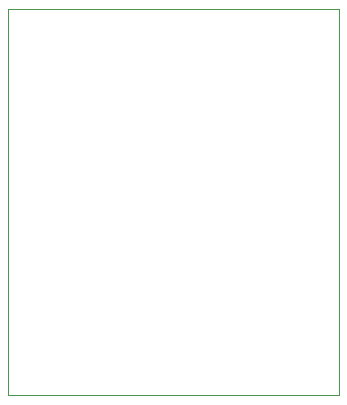
<source format=gbp>
G75*
%MOIN*%
%OFA0B0*%
%FSLAX25Y25*%
%IPPOS*%
%LPD*%
%AMOC8*
5,1,8,0,0,1.08239X$1,22.5*
%
%ADD10C,0.00000*%
D10*
X0001900Y0001794D02*
X0001900Y0130534D01*
X0112136Y0130534D01*
X0112136Y0001794D01*
X0001900Y0001794D01*
M02*

</source>
